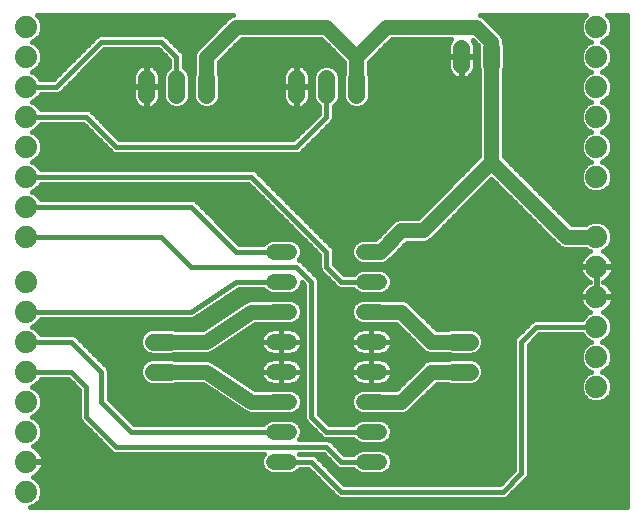
<source format=gbl>
G75*
G70*
%OFA0B0*%
%FSLAX24Y24*%
%IPPOS*%
%LPD*%
%AMOC8*
5,1,8,0,0,1.08239X$1,22.5*
%
%ADD10C,0.0740*%
%ADD11C,0.0520*%
%ADD12C,0.0560*%
%ADD13C,0.0160*%
%ADD14C,0.0500*%
D10*
X001500Y012252D03*
X001500Y013252D03*
X001500Y014252D03*
X001500Y015252D03*
X001500Y016252D03*
X001500Y017252D03*
X001500Y018252D03*
X001500Y019252D03*
X001500Y020752D03*
X001500Y021752D03*
X001500Y022752D03*
X001500Y023752D03*
X001500Y024752D03*
X001500Y025752D03*
X001500Y026752D03*
X001500Y027752D03*
X020500Y027752D03*
X020500Y026752D03*
X020500Y025752D03*
X020500Y024752D03*
X020500Y023752D03*
X020500Y022752D03*
X020500Y020752D03*
X020500Y019752D03*
X020500Y018752D03*
X020500Y017752D03*
X020500Y016752D03*
X020500Y015752D03*
D11*
X013260Y015252D02*
X012740Y015252D01*
X012740Y016252D02*
X013260Y016252D01*
X013260Y017252D02*
X012740Y017252D01*
X012740Y018252D02*
X013260Y018252D01*
X013260Y019252D02*
X012740Y019252D01*
X012740Y020252D02*
X013260Y020252D01*
X010260Y020252D02*
X009740Y020252D01*
X009740Y019252D02*
X010260Y019252D01*
X010260Y018252D02*
X009740Y018252D01*
X009740Y017252D02*
X010260Y017252D01*
X010260Y016252D02*
X009740Y016252D01*
X009740Y015252D02*
X010260Y015252D01*
X010260Y014252D02*
X009740Y014252D01*
X009740Y013252D02*
X010260Y013252D01*
X012740Y013252D02*
X013260Y013252D01*
X013260Y014252D02*
X012740Y014252D01*
D12*
X015720Y016252D02*
X016280Y016252D01*
X016280Y017252D02*
X015720Y017252D01*
X012500Y025472D02*
X012500Y026032D01*
X011500Y026032D02*
X011500Y025472D01*
X010500Y025472D02*
X010500Y026032D01*
X007500Y026032D02*
X007500Y025472D01*
X006500Y025472D02*
X006500Y026032D01*
X005500Y026032D02*
X005500Y025472D01*
X005720Y017252D02*
X006280Y017252D01*
X006280Y016252D02*
X005720Y016252D01*
X016000Y026472D02*
X016000Y027032D01*
X017000Y027032D02*
X017000Y026472D01*
D13*
X001800Y011803D02*
X001630Y011732D01*
X021512Y011732D01*
X021512Y028142D01*
X020859Y028142D01*
X020949Y028053D01*
X021030Y027858D01*
X021030Y027647D01*
X020949Y027452D01*
X020800Y027303D01*
X020678Y027252D01*
X020800Y027202D01*
X020949Y027053D01*
X021030Y026858D01*
X021030Y026647D01*
X020949Y026452D01*
X020800Y026303D01*
X020678Y026252D01*
X020800Y026202D01*
X020949Y026053D01*
X021030Y025858D01*
X021030Y025647D01*
X020949Y025452D01*
X020800Y025303D01*
X020678Y025252D01*
X020800Y025202D01*
X020949Y025053D01*
X021030Y024858D01*
X021030Y024647D01*
X020949Y024452D01*
X020800Y024303D01*
X020678Y024252D01*
X020800Y024202D01*
X020949Y024053D01*
X021030Y023858D01*
X021030Y023647D01*
X020949Y023452D01*
X020800Y023303D01*
X020678Y023252D01*
X020800Y023202D01*
X020949Y023053D01*
X021030Y022858D01*
X021030Y022647D01*
X020949Y022452D01*
X020800Y022303D01*
X020605Y022222D01*
X020395Y022222D01*
X020200Y022303D01*
X020051Y022452D01*
X019970Y022647D01*
X019970Y022858D01*
X020051Y023053D01*
X020200Y023202D01*
X020322Y023252D01*
X020200Y023303D01*
X020051Y023452D01*
X019970Y023647D01*
X019970Y023858D01*
X020051Y024053D01*
X020200Y024202D01*
X020322Y024252D01*
X020200Y024303D01*
X020051Y024452D01*
X019970Y024647D01*
X019970Y024858D01*
X020051Y025053D01*
X020200Y025202D01*
X020322Y025252D01*
X020200Y025303D01*
X020051Y025452D01*
X019970Y025647D01*
X019970Y025858D01*
X020051Y026053D01*
X020200Y026202D01*
X020322Y026252D01*
X020200Y026303D01*
X020051Y026452D01*
X019970Y026647D01*
X019970Y026858D01*
X020051Y027053D01*
X020200Y027202D01*
X020322Y027252D01*
X020200Y027303D01*
X020051Y027452D01*
X019970Y027647D01*
X019970Y027858D01*
X020051Y028053D01*
X020141Y028142D01*
X016630Y028142D01*
X016732Y028100D01*
X016848Y027985D01*
X017348Y027485D01*
X017410Y027334D01*
X017410Y027192D01*
X017440Y027120D01*
X017440Y026385D01*
X017410Y026312D01*
X017410Y023422D01*
X019670Y021162D01*
X020160Y021162D01*
X020200Y021202D01*
X020395Y021282D01*
X020605Y021282D01*
X020800Y021202D01*
X020949Y021053D01*
X021030Y020858D01*
X021030Y020647D01*
X020949Y020452D01*
X020800Y020303D01*
X020706Y020264D01*
X020711Y020262D01*
X020788Y020223D01*
X020858Y020172D01*
X020920Y020111D01*
X020970Y020041D01*
X021010Y019963D01*
X021036Y019881D01*
X021050Y019796D01*
X021050Y019772D01*
X020520Y019772D01*
X020520Y019732D01*
X020520Y019202D01*
X020480Y019202D01*
X020520Y019202D02*
X020520Y018772D01*
X021050Y018772D01*
X021050Y018796D01*
X021036Y018881D01*
X021010Y018963D01*
X020970Y019041D01*
X020920Y019111D01*
X020858Y019172D01*
X020788Y019223D01*
X020730Y019252D01*
X020788Y019282D01*
X020858Y019333D01*
X020920Y019394D01*
X020970Y019464D01*
X021010Y019541D01*
X021036Y019624D01*
X021050Y019709D01*
X021050Y019732D01*
X020520Y019732D01*
X020480Y019732D01*
X020480Y018772D01*
X020480Y018732D01*
X019950Y018732D01*
X019950Y018709D01*
X019964Y018624D01*
X019990Y018541D01*
X020030Y018464D01*
X020080Y018394D01*
X020142Y018333D01*
X020212Y018282D01*
X020289Y018243D01*
X020294Y018241D01*
X020200Y018202D01*
X020051Y018053D01*
X020026Y017992D01*
X018452Y017992D01*
X018364Y017956D01*
X018297Y017888D01*
X017797Y017388D01*
X017760Y017300D01*
X017760Y012970D01*
X017283Y012492D01*
X012099Y012492D01*
X011136Y013456D01*
X011048Y013492D01*
X010614Y013492D01*
X010594Y013512D01*
X011401Y013512D01*
X011797Y013116D01*
X011864Y013049D01*
X011952Y013012D01*
X012386Y013012D01*
X012502Y012896D01*
X012656Y012832D01*
X013344Y012832D01*
X013498Y012896D01*
X013616Y013014D01*
X013680Y013169D01*
X013680Y013336D01*
X013616Y013490D01*
X013498Y013608D01*
X013344Y013672D01*
X012656Y013672D01*
X012502Y013608D01*
X012386Y013492D01*
X012099Y013492D01*
X011703Y013888D01*
X011703Y013888D01*
X011636Y013956D01*
X011548Y013992D01*
X010594Y013992D01*
X010616Y014014D01*
X010680Y014169D01*
X010680Y014336D01*
X010616Y014490D01*
X010498Y014608D01*
X010344Y014672D01*
X009656Y014672D01*
X009502Y014608D01*
X009386Y014492D01*
X005099Y014492D01*
X004240Y015352D01*
X004240Y016300D01*
X004203Y016388D01*
X004136Y016456D01*
X003136Y017456D01*
X003048Y017492D01*
X001974Y017492D01*
X001949Y017553D01*
X001800Y017702D01*
X001678Y017752D01*
X001800Y017803D01*
X001949Y017952D01*
X001974Y018012D01*
X006976Y018012D01*
X007000Y018008D01*
X007024Y018012D01*
X007048Y018012D01*
X007070Y018022D01*
X007093Y018026D01*
X007114Y018040D01*
X007136Y018049D01*
X007153Y018066D01*
X008573Y019012D01*
X009386Y019012D01*
X009502Y018896D01*
X009656Y018832D01*
X010344Y018832D01*
X010498Y018896D01*
X010616Y019014D01*
X010680Y019169D01*
X010680Y019233D01*
X010760Y019153D01*
X010760Y014705D01*
X010797Y014616D01*
X011297Y014116D01*
X011364Y014049D01*
X011452Y014012D01*
X012386Y014012D01*
X012502Y013896D01*
X012656Y013832D01*
X013344Y013832D01*
X013498Y013896D01*
X013616Y014014D01*
X013680Y014169D01*
X013680Y014336D01*
X013616Y014490D01*
X013498Y014608D01*
X013344Y014672D01*
X012656Y014672D01*
X012502Y014608D01*
X012386Y014492D01*
X011599Y014492D01*
X011240Y014852D01*
X011240Y019300D01*
X011203Y019388D01*
X011136Y019456D01*
X010636Y019956D01*
X010580Y019979D01*
X010616Y020014D01*
X010680Y020169D01*
X010680Y020336D01*
X010616Y020490D01*
X010498Y020608D01*
X010344Y020672D01*
X009656Y020672D01*
X009502Y020608D01*
X009386Y020492D01*
X008599Y020492D01*
X007136Y021956D01*
X007048Y021992D01*
X001974Y021992D01*
X001949Y022053D01*
X001800Y022202D01*
X001678Y022252D01*
X001800Y022303D01*
X001949Y022452D01*
X001974Y022512D01*
X008901Y022512D01*
X011260Y020153D01*
X011260Y019705D01*
X011297Y019616D01*
X011797Y019116D01*
X011864Y019049D01*
X011952Y019012D01*
X012386Y019012D01*
X012502Y018896D01*
X012656Y018832D01*
X013344Y018832D01*
X013498Y018896D01*
X013616Y019014D01*
X013680Y019169D01*
X013680Y019336D01*
X013616Y019490D01*
X013498Y019608D01*
X013344Y019672D01*
X012656Y019672D01*
X012502Y019608D01*
X012386Y019492D01*
X012099Y019492D01*
X011740Y019852D01*
X011740Y020300D01*
X011703Y020388D01*
X011636Y020456D01*
X009136Y022956D01*
X009048Y022992D01*
X001974Y022992D01*
X001949Y023053D01*
X001800Y023202D01*
X001678Y023252D01*
X001800Y023303D01*
X001949Y023452D01*
X002030Y023647D01*
X002030Y023858D01*
X001949Y024053D01*
X001800Y024202D01*
X001678Y024252D01*
X001800Y024303D01*
X001949Y024452D01*
X001974Y024512D01*
X003401Y024512D01*
X004297Y023616D01*
X004364Y023549D01*
X004452Y023512D01*
X010548Y023512D01*
X010636Y023549D01*
X011636Y024549D01*
X011703Y024616D01*
X011740Y024705D01*
X011740Y025096D01*
X011749Y025099D01*
X011873Y025223D01*
X011940Y025385D01*
X011940Y026120D01*
X011873Y026282D01*
X011749Y026405D01*
X011588Y026472D01*
X011412Y026472D01*
X011251Y026405D01*
X011127Y026282D01*
X011060Y026120D01*
X011060Y025385D01*
X011127Y025223D01*
X011251Y025099D01*
X011260Y025096D01*
X011260Y024852D01*
X010401Y023992D01*
X004599Y023992D01*
X003636Y024956D01*
X003548Y024992D01*
X001974Y024992D01*
X001949Y025053D01*
X001800Y025202D01*
X001678Y025252D01*
X001800Y025303D01*
X001949Y025452D01*
X001974Y025512D01*
X002548Y025512D01*
X002636Y025549D01*
X004099Y027012D01*
X005901Y027012D01*
X006260Y026653D01*
X006260Y026409D01*
X006251Y026405D01*
X006127Y026282D01*
X006060Y026120D01*
X006060Y025385D01*
X006127Y025223D01*
X006251Y025099D01*
X006412Y025032D01*
X006588Y025032D01*
X006749Y025099D01*
X006873Y025223D01*
X006940Y025385D01*
X006940Y026120D01*
X006873Y026282D01*
X006749Y026405D01*
X006740Y026409D01*
X006740Y026800D01*
X006703Y026888D01*
X006636Y026956D01*
X006136Y027456D01*
X006048Y027492D01*
X003952Y027492D01*
X003864Y027456D01*
X003797Y027388D01*
X002401Y025992D01*
X001974Y025992D01*
X001949Y026053D01*
X001800Y026202D01*
X001678Y026252D01*
X001800Y026303D01*
X001949Y026452D01*
X002030Y026647D01*
X002030Y026858D01*
X001949Y027053D01*
X001800Y027202D01*
X001678Y027252D01*
X001800Y027303D01*
X001949Y027452D01*
X002030Y027647D01*
X002030Y027858D01*
X001949Y028053D01*
X001859Y028142D01*
X008370Y028142D01*
X008268Y028100D01*
X007152Y026985D01*
X007090Y026834D01*
X007090Y026192D01*
X007060Y026120D01*
X007060Y025385D01*
X007127Y025223D01*
X007251Y025099D01*
X007412Y025032D01*
X007588Y025032D01*
X007749Y025099D01*
X007873Y025223D01*
X007940Y025385D01*
X007940Y026120D01*
X007910Y026192D01*
X007910Y026583D01*
X008670Y027342D01*
X011330Y027342D01*
X012090Y026583D01*
X012090Y026192D01*
X012060Y026120D01*
X012060Y025385D01*
X012127Y025223D01*
X012251Y025099D01*
X012412Y025032D01*
X012588Y025032D01*
X012749Y025099D01*
X012873Y025223D01*
X012940Y025385D01*
X012940Y026120D01*
X012910Y026192D01*
X012910Y026583D01*
X013670Y027342D01*
X015659Y027342D01*
X015649Y027332D01*
X015607Y027273D01*
X015574Y027209D01*
X015551Y027140D01*
X015540Y027069D01*
X015540Y026762D01*
X015990Y026762D01*
X015990Y026742D01*
X016010Y026742D01*
X016010Y026012D01*
X016036Y026012D01*
X016108Y026024D01*
X016177Y026046D01*
X016241Y026079D01*
X016300Y026121D01*
X016351Y026173D01*
X016393Y026231D01*
X016426Y026296D01*
X016449Y026365D01*
X016460Y026436D01*
X016460Y026742D01*
X016010Y026742D01*
X016010Y026762D01*
X016460Y026762D01*
X016460Y027069D01*
X016449Y027140D01*
X016426Y027209D01*
X016393Y027273D01*
X016378Y027294D01*
X016560Y027113D01*
X016560Y026385D01*
X016590Y026312D01*
X016590Y023422D01*
X014537Y021369D01*
X013918Y021369D01*
X013768Y021307D01*
X013652Y021192D01*
X013133Y020672D01*
X012656Y020672D01*
X012502Y020608D01*
X012384Y020490D01*
X012320Y020336D01*
X012320Y020169D01*
X012384Y020014D01*
X012502Y019896D01*
X012656Y019832D01*
X013344Y019832D01*
X013368Y019842D01*
X013374Y019842D01*
X013525Y019905D01*
X013640Y020020D01*
X014170Y020549D01*
X014789Y020549D01*
X014939Y020612D01*
X017000Y022673D01*
X019268Y020405D01*
X019418Y020342D01*
X020160Y020342D01*
X020200Y020303D01*
X020294Y020264D01*
X020289Y020262D01*
X020212Y020223D01*
X020142Y020172D01*
X020080Y020111D01*
X020030Y020041D01*
X019990Y019963D01*
X019964Y019881D01*
X019950Y019796D01*
X019950Y019772D01*
X020480Y019772D01*
X020480Y019732D01*
X019950Y019732D01*
X019950Y019709D01*
X019964Y019624D01*
X019990Y019541D01*
X020030Y019464D01*
X020080Y019394D01*
X020142Y019333D01*
X020212Y019282D01*
X020270Y019252D01*
X020212Y019223D01*
X020142Y019172D01*
X020080Y019111D01*
X020030Y019041D01*
X019990Y018963D01*
X019964Y018881D01*
X019950Y018796D01*
X019950Y018772D01*
X020480Y018772D01*
X020520Y018772D01*
X020520Y018732D01*
X021050Y018732D01*
X021050Y018709D01*
X021036Y018624D01*
X021010Y018541D01*
X020970Y018464D01*
X020920Y018394D01*
X020858Y018333D01*
X020788Y018282D01*
X020711Y018243D01*
X020706Y018241D01*
X020800Y018202D01*
X020949Y018053D01*
X021030Y017858D01*
X021030Y017647D01*
X020949Y017452D01*
X020800Y017303D01*
X020678Y017252D01*
X020800Y017202D01*
X020949Y017053D01*
X021030Y016858D01*
X021030Y016647D01*
X020949Y016452D01*
X020800Y016303D01*
X020678Y016252D01*
X020800Y016202D01*
X020949Y016053D01*
X021030Y015858D01*
X021030Y015647D01*
X020949Y015452D01*
X020800Y015303D01*
X020605Y015222D01*
X020395Y015222D01*
X020200Y015303D01*
X020051Y015452D01*
X019970Y015647D01*
X019970Y015858D01*
X020051Y016053D01*
X020200Y016202D01*
X020322Y016252D01*
X020200Y016303D01*
X020051Y016452D01*
X019970Y016647D01*
X019970Y016858D01*
X020051Y017053D01*
X020200Y017202D01*
X020322Y017252D01*
X020200Y017303D01*
X020051Y017452D01*
X020026Y017512D01*
X018599Y017512D01*
X018240Y017153D01*
X018240Y012823D01*
X018203Y012734D01*
X018136Y012667D01*
X017518Y012049D01*
X017430Y012012D01*
X011952Y012012D01*
X011864Y012049D01*
X011797Y012116D01*
X010901Y013012D01*
X010614Y013012D01*
X010498Y012896D01*
X010344Y012832D01*
X009656Y012832D01*
X009502Y012896D01*
X009384Y013014D01*
X009320Y013169D01*
X009320Y013336D01*
X009384Y013490D01*
X009406Y013512D01*
X004452Y013512D01*
X004364Y013549D01*
X004297Y013616D01*
X003297Y014616D01*
X003260Y014705D01*
X003260Y015653D01*
X002901Y016012D01*
X001974Y016012D01*
X001949Y015952D01*
X001800Y015803D01*
X001678Y015752D01*
X001800Y015702D01*
X001949Y015553D01*
X002030Y015358D01*
X002030Y015147D01*
X001949Y014952D01*
X001800Y014803D01*
X001678Y014752D01*
X001800Y014702D01*
X001949Y014553D01*
X002030Y014358D01*
X002030Y014147D01*
X001949Y013952D01*
X001800Y013803D01*
X001706Y013764D01*
X001711Y013762D01*
X001788Y013723D01*
X001858Y013672D01*
X001920Y013611D01*
X001970Y013541D01*
X002010Y013463D01*
X002036Y013381D01*
X002050Y013296D01*
X002050Y013272D01*
X001520Y013272D01*
X001520Y013232D01*
X002050Y013232D01*
X002050Y013209D01*
X002036Y013124D01*
X002010Y013041D01*
X001970Y012964D01*
X001920Y012894D01*
X001858Y012833D01*
X001788Y012782D01*
X001711Y012743D01*
X001706Y012741D01*
X001800Y012702D01*
X001949Y012553D01*
X002030Y012358D01*
X002030Y012147D01*
X001949Y011952D01*
X001800Y011803D01*
X001678Y011752D02*
X021512Y011752D01*
X021512Y011911D02*
X001908Y011911D01*
X001998Y012069D02*
X011844Y012069D01*
X011685Y012228D02*
X002030Y012228D01*
X002018Y012386D02*
X011527Y012386D01*
X011368Y012545D02*
X001953Y012545D01*
X001796Y012703D02*
X011210Y012703D01*
X011051Y012862D02*
X010415Y012862D01*
X010000Y013252D02*
X011000Y013252D01*
X012000Y012252D01*
X017382Y012252D01*
X018000Y012870D01*
X018000Y017252D01*
X018500Y017752D01*
X020500Y017752D01*
X021030Y017775D02*
X021512Y017775D01*
X021512Y017617D02*
X021018Y017617D01*
X020952Y017458D02*
X021512Y017458D01*
X021512Y017300D02*
X020793Y017300D01*
X020861Y017141D02*
X021512Y017141D01*
X021512Y016983D02*
X020978Y016983D01*
X021030Y016824D02*
X021512Y016824D01*
X021512Y016666D02*
X021030Y016666D01*
X020972Y016507D02*
X021512Y016507D01*
X021512Y016349D02*
X020846Y016349D01*
X020812Y016190D02*
X021512Y016190D01*
X021512Y016032D02*
X020958Y016032D01*
X021024Y015873D02*
X021512Y015873D01*
X021512Y015715D02*
X021030Y015715D01*
X020992Y015556D02*
X021512Y015556D01*
X021512Y015398D02*
X020895Y015398D01*
X020646Y015239D02*
X021512Y015239D01*
X021512Y015081D02*
X018240Y015081D01*
X018240Y015239D02*
X020354Y015239D01*
X020105Y015398D02*
X018240Y015398D01*
X018240Y015556D02*
X020008Y015556D01*
X019970Y015715D02*
X018240Y015715D01*
X018240Y015873D02*
X019976Y015873D01*
X020042Y016032D02*
X018240Y016032D01*
X018240Y016190D02*
X020188Y016190D01*
X020154Y016349D02*
X018240Y016349D01*
X018240Y016507D02*
X020028Y016507D01*
X019970Y016666D02*
X018240Y016666D01*
X018240Y016824D02*
X019970Y016824D01*
X020022Y016983D02*
X018240Y016983D01*
X018240Y017141D02*
X020139Y017141D01*
X020207Y017300D02*
X018387Y017300D01*
X018545Y017458D02*
X020048Y017458D01*
X020090Y018092D02*
X014740Y018092D01*
X014898Y017934D02*
X018342Y017934D01*
X018184Y017775D02*
X015057Y017775D01*
X015170Y017662D02*
X014232Y018600D01*
X014082Y018662D01*
X013368Y018662D01*
X013344Y018672D01*
X012656Y018672D01*
X012502Y018608D01*
X012384Y018490D01*
X012320Y018336D01*
X012320Y018169D01*
X012384Y018014D01*
X012502Y017896D01*
X012656Y017832D01*
X013344Y017832D01*
X013368Y017842D01*
X013830Y017842D01*
X014652Y017020D01*
X014768Y016905D01*
X014918Y016842D01*
X015560Y016842D01*
X015632Y016812D01*
X016368Y016812D01*
X016529Y016879D01*
X016653Y017003D01*
X016720Y017165D01*
X016720Y017340D01*
X016653Y017502D01*
X016529Y017625D01*
X016368Y017692D01*
X015632Y017692D01*
X015560Y017662D01*
X015170Y017662D01*
X014531Y017141D02*
X013687Y017141D01*
X013689Y017149D02*
X013700Y017218D01*
X013700Y017252D01*
X013000Y017252D01*
X013000Y016812D01*
X013295Y016812D01*
X013363Y016823D01*
X013429Y016845D01*
X013491Y016876D01*
X013547Y016917D01*
X013596Y016966D01*
X013636Y017022D01*
X013668Y017083D01*
X013689Y017149D01*
X013700Y017252D02*
X013700Y017287D01*
X013689Y017355D01*
X013668Y017421D01*
X013636Y017483D01*
X013596Y017539D01*
X013547Y017588D01*
X013491Y017629D01*
X013429Y017660D01*
X013363Y017682D01*
X013295Y017692D01*
X013000Y017692D01*
X012705Y017692D01*
X012637Y017682D01*
X012571Y017660D01*
X012509Y017629D01*
X012453Y017588D01*
X012404Y017539D01*
X012364Y017483D01*
X012332Y017421D01*
X012311Y017355D01*
X012300Y017287D01*
X012300Y017252D01*
X012300Y017218D01*
X012311Y017149D01*
X012332Y017083D01*
X012364Y017022D01*
X012404Y016966D01*
X012453Y016917D01*
X012509Y016876D01*
X012571Y016845D01*
X012637Y016823D01*
X012705Y016812D01*
X013000Y016812D01*
X013000Y017252D01*
X013000Y017252D01*
X013000Y017252D01*
X012300Y017252D01*
X013000Y017252D01*
X013000Y017252D01*
X013700Y017252D01*
X013698Y017300D02*
X014373Y017300D01*
X014214Y017458D02*
X013649Y017458D01*
X013507Y017617D02*
X014056Y017617D01*
X013897Y017775D02*
X011240Y017775D01*
X011240Y017617D02*
X012493Y017617D01*
X012351Y017458D02*
X011240Y017458D01*
X011240Y017300D02*
X012302Y017300D01*
X012313Y017141D02*
X011240Y017141D01*
X011240Y016983D02*
X012392Y016983D01*
X012633Y016824D02*
X011240Y016824D01*
X011240Y016666D02*
X012589Y016666D01*
X012571Y016660D02*
X012509Y016629D01*
X012453Y016588D01*
X012404Y016539D01*
X012364Y016483D01*
X012332Y016421D01*
X012311Y016355D01*
X012300Y016287D01*
X012300Y016252D01*
X012300Y016218D01*
X012311Y016149D01*
X012332Y016083D01*
X012364Y016022D01*
X012404Y015966D01*
X012453Y015917D01*
X012509Y015876D01*
X012571Y015845D01*
X012637Y015823D01*
X012705Y015812D01*
X013000Y015812D01*
X013295Y015812D01*
X013363Y015823D01*
X013429Y015845D01*
X013491Y015876D01*
X013547Y015917D01*
X013596Y015966D01*
X013636Y016022D01*
X013668Y016083D01*
X013689Y016149D01*
X013700Y016218D01*
X013700Y016252D01*
X013000Y016252D01*
X013000Y015812D01*
X013000Y016252D01*
X013000Y016252D01*
X013000Y016252D01*
X012300Y016252D01*
X013000Y016252D01*
X013000Y016252D01*
X013700Y016252D01*
X013700Y016287D01*
X013689Y016355D01*
X013668Y016421D01*
X013636Y016483D01*
X013596Y016539D01*
X013547Y016588D01*
X013491Y016629D01*
X013429Y016660D01*
X013363Y016682D01*
X013295Y016692D01*
X013000Y016692D01*
X012705Y016692D01*
X012637Y016682D01*
X012571Y016660D01*
X012381Y016507D02*
X011240Y016507D01*
X011240Y016349D02*
X012310Y016349D01*
X012304Y016190D02*
X011240Y016190D01*
X011240Y016032D02*
X012359Y016032D01*
X012515Y015873D02*
X011240Y015873D01*
X011240Y015715D02*
X013883Y015715D01*
X013830Y015662D02*
X013368Y015662D01*
X013344Y015672D01*
X012656Y015672D01*
X012502Y015608D01*
X012384Y015490D01*
X012320Y015336D01*
X012320Y015169D01*
X012384Y015014D01*
X012502Y014896D01*
X012656Y014832D01*
X013344Y014832D01*
X013368Y014842D01*
X014082Y014842D01*
X014232Y014905D01*
X015170Y015842D01*
X015560Y015842D01*
X015632Y015812D01*
X016368Y015812D01*
X016529Y015879D01*
X016653Y016003D01*
X016720Y016165D01*
X016720Y016340D01*
X016653Y016502D01*
X016529Y016625D01*
X016368Y016692D01*
X015632Y016692D01*
X015560Y016662D01*
X014918Y016662D01*
X014768Y016600D01*
X014652Y016485D01*
X013830Y015662D01*
X014041Y015873D02*
X013485Y015873D01*
X013641Y016032D02*
X014200Y016032D01*
X014358Y016190D02*
X013696Y016190D01*
X013690Y016349D02*
X014517Y016349D01*
X014675Y016507D02*
X013619Y016507D01*
X013411Y016666D02*
X015569Y016666D01*
X015603Y016824D02*
X013367Y016824D01*
X013608Y016983D02*
X014690Y016983D01*
X015042Y015715D02*
X017760Y015715D01*
X017760Y015873D02*
X016515Y015873D01*
X016665Y016032D02*
X017760Y016032D01*
X017760Y016190D02*
X016720Y016190D01*
X016716Y016349D02*
X017760Y016349D01*
X017760Y016507D02*
X016647Y016507D01*
X016431Y016666D02*
X017760Y016666D01*
X017760Y016824D02*
X016397Y016824D01*
X016633Y016983D02*
X017760Y016983D01*
X017760Y017141D02*
X016710Y017141D01*
X016720Y017300D02*
X017760Y017300D01*
X017867Y017458D02*
X016671Y017458D01*
X016538Y017617D02*
X018025Y017617D01*
X017760Y015556D02*
X014884Y015556D01*
X014725Y015398D02*
X017760Y015398D01*
X017760Y015239D02*
X014567Y015239D01*
X014408Y015081D02*
X017760Y015081D01*
X017760Y014922D02*
X014250Y014922D01*
X013634Y014447D02*
X017760Y014447D01*
X017760Y014605D02*
X013501Y014605D01*
X013680Y014288D02*
X017760Y014288D01*
X017760Y014130D02*
X013664Y014130D01*
X013573Y013971D02*
X017760Y013971D01*
X017760Y013813D02*
X011779Y013813D01*
X011937Y013654D02*
X012613Y013654D01*
X012390Y013496D02*
X012096Y013496D01*
X012000Y013252D02*
X013000Y013252D01*
X013387Y013654D02*
X017760Y013654D01*
X017760Y013496D02*
X013610Y013496D01*
X013679Y013337D02*
X017760Y013337D01*
X017760Y013179D02*
X013680Y013179D01*
X013619Y013020D02*
X017760Y013020D01*
X017652Y012862D02*
X013415Y012862D01*
X012585Y012862D02*
X011730Y012862D01*
X011571Y013020D02*
X011933Y013020D01*
X011797Y013116D02*
X011797Y013116D01*
X011734Y013179D02*
X011413Y013179D01*
X011254Y013337D02*
X011576Y013337D01*
X011417Y013496D02*
X010610Y013496D01*
X010664Y014130D02*
X011283Y014130D01*
X011125Y014288D02*
X010680Y014288D01*
X010634Y014447D02*
X010966Y014447D01*
X010808Y014605D02*
X010501Y014605D01*
X010344Y014832D02*
X010498Y014896D01*
X010616Y015014D01*
X010680Y015169D01*
X010680Y015336D01*
X010616Y015490D01*
X010498Y015608D01*
X010344Y015672D01*
X009656Y015672D01*
X009632Y015662D01*
X009124Y015662D01*
X007761Y016571D01*
X007732Y016600D01*
X007694Y016616D01*
X007660Y016639D01*
X007619Y016647D01*
X007582Y016662D01*
X007540Y016662D01*
X007500Y016670D01*
X007459Y016662D01*
X006440Y016662D01*
X006368Y016692D01*
X005632Y016692D01*
X005471Y016625D01*
X005347Y016502D01*
X005280Y016340D01*
X005280Y016165D01*
X005347Y016003D01*
X005471Y015879D01*
X005632Y015812D01*
X006368Y015812D01*
X006440Y015842D01*
X007376Y015842D01*
X008739Y014934D01*
X008768Y014905D01*
X008806Y014889D01*
X008840Y014866D01*
X008881Y014858D01*
X008918Y014842D01*
X008960Y014842D01*
X009000Y014834D01*
X009041Y014842D01*
X009632Y014842D01*
X009656Y014832D01*
X010344Y014832D01*
X010524Y014922D02*
X010760Y014922D01*
X010760Y014764D02*
X004828Y014764D01*
X004669Y014922D02*
X008750Y014922D01*
X008518Y015081D02*
X004511Y015081D01*
X004352Y015239D02*
X008280Y015239D01*
X008043Y015398D02*
X004240Y015398D01*
X004240Y015556D02*
X007805Y015556D01*
X007567Y015715D02*
X004240Y015715D01*
X004240Y015873D02*
X005485Y015873D01*
X005335Y016032D02*
X004240Y016032D01*
X004240Y016190D02*
X005280Y016190D01*
X005284Y016349D02*
X004220Y016349D01*
X004084Y016507D02*
X005353Y016507D01*
X005569Y016666D02*
X003926Y016666D01*
X003767Y016824D02*
X005603Y016824D01*
X005632Y016812D02*
X005471Y016879D01*
X005347Y017003D01*
X005280Y017165D01*
X005280Y017340D01*
X005347Y017502D01*
X005471Y017625D01*
X005632Y017692D01*
X006368Y017692D01*
X006440Y017662D01*
X007376Y017662D01*
X008739Y018571D01*
X008768Y018600D01*
X008806Y018616D01*
X008840Y018639D01*
X008881Y018647D01*
X008918Y018662D01*
X008960Y018662D01*
X009000Y018670D01*
X009041Y018662D01*
X009632Y018662D01*
X009656Y018672D01*
X010344Y018672D01*
X010498Y018608D01*
X010616Y018490D01*
X010680Y018336D01*
X010680Y018169D01*
X010616Y018014D01*
X010498Y017896D01*
X010344Y017832D01*
X009656Y017832D01*
X009632Y017842D01*
X009124Y017842D01*
X007761Y016934D01*
X007732Y016905D01*
X007694Y016889D01*
X007660Y016866D01*
X007619Y016858D01*
X007582Y016842D01*
X007540Y016842D01*
X007500Y016834D01*
X007459Y016842D01*
X006440Y016842D01*
X006368Y016812D01*
X005632Y016812D01*
X005367Y016983D02*
X003609Y016983D01*
X003450Y017141D02*
X005290Y017141D01*
X005280Y017300D02*
X003292Y017300D01*
X003130Y017458D02*
X005329Y017458D01*
X005462Y017617D02*
X001885Y017617D01*
X001733Y017775D02*
X007545Y017775D01*
X007783Y017934D02*
X001931Y017934D01*
X001500Y018252D02*
X007000Y018252D01*
X008500Y019252D01*
X010000Y019252D01*
X010470Y018885D02*
X010760Y018885D01*
X010760Y019043D02*
X010628Y019043D01*
X010680Y019202D02*
X010711Y019202D01*
X011000Y019252D02*
X011000Y014752D01*
X011500Y014252D01*
X013000Y014252D01*
X012499Y014605D02*
X011486Y014605D01*
X011328Y014764D02*
X017760Y014764D01*
X018240Y014764D02*
X021512Y014764D01*
X021512Y014922D02*
X018240Y014922D01*
X018240Y014605D02*
X021512Y014605D01*
X021512Y014447D02*
X018240Y014447D01*
X018240Y014288D02*
X021512Y014288D01*
X021512Y014130D02*
X018240Y014130D01*
X018240Y013971D02*
X021512Y013971D01*
X021512Y013813D02*
X018240Y013813D01*
X018240Y013654D02*
X021512Y013654D01*
X021512Y013496D02*
X018240Y013496D01*
X018240Y013337D02*
X021512Y013337D01*
X021512Y013179D02*
X018240Y013179D01*
X018240Y013020D02*
X021512Y013020D01*
X021512Y012862D02*
X018240Y012862D01*
X018172Y012703D02*
X021512Y012703D01*
X021512Y012545D02*
X018014Y012545D01*
X017855Y012386D02*
X021512Y012386D01*
X021512Y012228D02*
X017697Y012228D01*
X017538Y012069D02*
X021512Y012069D01*
X017494Y012703D02*
X011888Y012703D01*
X012047Y012545D02*
X017335Y012545D01*
X020998Y017934D02*
X021512Y017934D01*
X021512Y018092D02*
X020910Y018092D01*
X020727Y018251D02*
X021512Y018251D01*
X021512Y018409D02*
X020931Y018409D01*
X021018Y018568D02*
X021512Y018568D01*
X021512Y018726D02*
X021050Y018726D01*
X021035Y018885D02*
X021512Y018885D01*
X021512Y019043D02*
X020968Y019043D01*
X020817Y019202D02*
X021512Y019202D01*
X021512Y019360D02*
X020886Y019360D01*
X020998Y019519D02*
X021512Y019519D01*
X021512Y019677D02*
X021045Y019677D01*
X021044Y019836D02*
X021512Y019836D01*
X021512Y019994D02*
X020994Y019994D01*
X020877Y020153D02*
X021512Y020153D01*
X021512Y020311D02*
X020809Y020311D01*
X020957Y020470D02*
X021512Y020470D01*
X021512Y020628D02*
X021022Y020628D01*
X021030Y020787D02*
X021512Y020787D01*
X021512Y020945D02*
X020994Y020945D01*
X020898Y021104D02*
X021512Y021104D01*
X021512Y021262D02*
X020654Y021262D01*
X020346Y021262D02*
X019570Y021262D01*
X019411Y021421D02*
X021512Y021421D01*
X021512Y021579D02*
X019253Y021579D01*
X019094Y021738D02*
X021512Y021738D01*
X021512Y021896D02*
X018936Y021896D01*
X018777Y022055D02*
X021512Y022055D01*
X021512Y022213D02*
X018619Y022213D01*
X018460Y022372D02*
X020131Y022372D01*
X020018Y022530D02*
X018302Y022530D01*
X018143Y022689D02*
X019970Y022689D01*
X019970Y022847D02*
X017985Y022847D01*
X017826Y023006D02*
X020031Y023006D01*
X020162Y023164D02*
X017668Y023164D01*
X017509Y023323D02*
X020180Y023323D01*
X020039Y023481D02*
X017410Y023481D01*
X017410Y023640D02*
X019973Y023640D01*
X019970Y023798D02*
X017410Y023798D01*
X017410Y023957D02*
X020011Y023957D01*
X020113Y024115D02*
X017410Y024115D01*
X017410Y024274D02*
X020270Y024274D01*
X020070Y024432D02*
X017410Y024432D01*
X017410Y024591D02*
X019993Y024591D01*
X019970Y024749D02*
X017410Y024749D01*
X017410Y024908D02*
X019991Y024908D01*
X020064Y025066D02*
X017410Y025066D01*
X017410Y025225D02*
X020256Y025225D01*
X020119Y025383D02*
X017410Y025383D01*
X017410Y025542D02*
X020014Y025542D01*
X019970Y025700D02*
X017410Y025700D01*
X017410Y025859D02*
X019970Y025859D01*
X020036Y026017D02*
X017410Y026017D01*
X017410Y026176D02*
X020174Y026176D01*
X020168Y026334D02*
X017419Y026334D01*
X017440Y026493D02*
X020034Y026493D01*
X019970Y026651D02*
X017440Y026651D01*
X017440Y026810D02*
X019970Y026810D01*
X020016Y026968D02*
X017440Y026968D01*
X017437Y027127D02*
X020125Y027127D01*
X020242Y027285D02*
X017410Y027285D01*
X017364Y027444D02*
X020059Y027444D01*
X019988Y027602D02*
X017230Y027602D01*
X017071Y027761D02*
X019970Y027761D01*
X019996Y027919D02*
X016913Y027919D01*
X016754Y028078D02*
X020076Y028078D01*
X020758Y027285D02*
X021512Y027285D01*
X021512Y027127D02*
X020875Y027127D01*
X020984Y026968D02*
X021512Y026968D01*
X021512Y026810D02*
X021030Y026810D01*
X021030Y026651D02*
X021512Y026651D01*
X021512Y026493D02*
X020966Y026493D01*
X020832Y026334D02*
X021512Y026334D01*
X021512Y026176D02*
X020826Y026176D01*
X020964Y026017D02*
X021512Y026017D01*
X021512Y025859D02*
X021030Y025859D01*
X021030Y025700D02*
X021512Y025700D01*
X021512Y025542D02*
X020986Y025542D01*
X020881Y025383D02*
X021512Y025383D01*
X021512Y025225D02*
X020744Y025225D01*
X020936Y025066D02*
X021512Y025066D01*
X021512Y024908D02*
X021009Y024908D01*
X021030Y024749D02*
X021512Y024749D01*
X021512Y024591D02*
X021007Y024591D01*
X020930Y024432D02*
X021512Y024432D01*
X021512Y024274D02*
X020730Y024274D01*
X020887Y024115D02*
X021512Y024115D01*
X021512Y023957D02*
X020989Y023957D01*
X021030Y023798D02*
X021512Y023798D01*
X021512Y023640D02*
X021027Y023640D01*
X020961Y023481D02*
X021512Y023481D01*
X021512Y023323D02*
X020820Y023323D01*
X020838Y023164D02*
X021512Y023164D01*
X021512Y023006D02*
X020969Y023006D01*
X021030Y022847D02*
X021512Y022847D01*
X021512Y022689D02*
X021030Y022689D01*
X020982Y022530D02*
X021512Y022530D01*
X021512Y022372D02*
X020869Y022372D01*
X020191Y020311D02*
X013932Y020311D01*
X013773Y020153D02*
X020123Y020153D01*
X020006Y019994D02*
X013615Y019994D01*
X013352Y019836D02*
X019956Y019836D01*
X019955Y019677D02*
X011914Y019677D01*
X011756Y019836D02*
X012648Y019836D01*
X012404Y019994D02*
X011740Y019994D01*
X011740Y020153D02*
X012327Y020153D01*
X012320Y020311D02*
X011735Y020311D01*
X011622Y020470D02*
X012375Y020470D01*
X012550Y020628D02*
X011463Y020628D01*
X011305Y020787D02*
X013248Y020787D01*
X013406Y020945D02*
X011146Y020945D01*
X010988Y021104D02*
X013565Y021104D01*
X013723Y021262D02*
X010829Y021262D01*
X010671Y021421D02*
X014589Y021421D01*
X014747Y021579D02*
X010512Y021579D01*
X010354Y021738D02*
X014906Y021738D01*
X015064Y021896D02*
X010195Y021896D01*
X010037Y022055D02*
X015223Y022055D01*
X015381Y022213D02*
X009878Y022213D01*
X009720Y022372D02*
X015540Y022372D01*
X015698Y022530D02*
X009561Y022530D01*
X009403Y022689D02*
X015857Y022689D01*
X016015Y022847D02*
X009244Y022847D01*
X009000Y022752D02*
X011500Y020252D01*
X011500Y019752D01*
X012000Y019252D01*
X013000Y019252D01*
X013470Y018885D02*
X019965Y018885D01*
X019950Y018726D02*
X011240Y018726D01*
X011240Y018568D02*
X012462Y018568D01*
X012350Y018409D02*
X011240Y018409D01*
X011240Y018251D02*
X012320Y018251D01*
X012352Y018092D02*
X011240Y018092D01*
X011240Y017934D02*
X012465Y017934D01*
X013000Y017692D02*
X013000Y017252D01*
X013000Y017252D01*
X013000Y017692D01*
X013000Y017617D02*
X013000Y017617D01*
X013000Y017458D02*
X013000Y017458D01*
X013000Y017300D02*
X013000Y017300D01*
X013000Y017141D02*
X013000Y017141D01*
X013000Y016983D02*
X013000Y016983D01*
X013000Y016824D02*
X013000Y016824D01*
X013000Y016692D02*
X013000Y016252D01*
X013000Y016252D01*
X013000Y016692D01*
X013000Y016666D02*
X013000Y016666D01*
X013000Y016507D02*
X013000Y016507D01*
X013000Y016349D02*
X013000Y016349D01*
X013000Y016190D02*
X013000Y016190D01*
X013000Y016032D02*
X013000Y016032D01*
X013000Y015873D02*
X013000Y015873D01*
X012450Y015556D02*
X011240Y015556D01*
X011240Y015398D02*
X012346Y015398D01*
X012320Y015239D02*
X011240Y015239D01*
X011240Y015081D02*
X012356Y015081D01*
X012476Y014922D02*
X011240Y014922D01*
X010760Y015081D02*
X010644Y015081D01*
X010680Y015239D02*
X010760Y015239D01*
X010760Y015398D02*
X010654Y015398D01*
X010550Y015556D02*
X010760Y015556D01*
X010760Y015715D02*
X009045Y015715D01*
X008808Y015873D02*
X009515Y015873D01*
X009509Y015876D02*
X009571Y015845D01*
X009637Y015823D01*
X009705Y015812D01*
X010000Y015812D01*
X010295Y015812D01*
X010363Y015823D01*
X010429Y015845D01*
X010491Y015876D01*
X010547Y015917D01*
X010596Y015966D01*
X010636Y016022D01*
X010668Y016083D01*
X010689Y016149D01*
X010700Y016218D01*
X010700Y016252D01*
X010000Y016252D01*
X010000Y015812D01*
X010000Y016252D01*
X010000Y016252D01*
X010000Y016252D01*
X009300Y016252D01*
X009300Y016218D01*
X009311Y016149D01*
X009332Y016083D01*
X009364Y016022D01*
X009404Y015966D01*
X009453Y015917D01*
X009509Y015876D01*
X009359Y016032D02*
X008570Y016032D01*
X008332Y016190D02*
X009304Y016190D01*
X009300Y016252D02*
X010000Y016252D01*
X010000Y016252D01*
X010700Y016252D01*
X010700Y016287D01*
X010689Y016355D01*
X010668Y016421D01*
X010636Y016483D01*
X010596Y016539D01*
X010547Y016588D01*
X010491Y016629D01*
X010429Y016660D01*
X010363Y016682D01*
X010295Y016692D01*
X010000Y016692D01*
X009705Y016692D01*
X009637Y016682D01*
X009571Y016660D01*
X009509Y016629D01*
X009453Y016588D01*
X009404Y016539D01*
X009364Y016483D01*
X009332Y016421D01*
X009311Y016355D01*
X009300Y016287D01*
X009300Y016252D01*
X009310Y016349D02*
X008094Y016349D01*
X007857Y016507D02*
X009381Y016507D01*
X009589Y016666D02*
X007522Y016666D01*
X007477Y016666D02*
X006431Y016666D01*
X006397Y016824D02*
X009633Y016824D01*
X009637Y016823D02*
X009705Y016812D01*
X010000Y016812D01*
X010295Y016812D01*
X010363Y016823D01*
X010429Y016845D01*
X010491Y016876D01*
X010547Y016917D01*
X010596Y016966D01*
X010636Y017022D01*
X010668Y017083D01*
X010689Y017149D01*
X010700Y017218D01*
X010700Y017252D01*
X010000Y017252D01*
X010000Y016812D01*
X010000Y017252D01*
X010000Y017252D01*
X010000Y017252D01*
X009300Y017252D01*
X009300Y017218D01*
X009311Y017149D01*
X009332Y017083D01*
X009364Y017022D01*
X009404Y016966D01*
X009453Y016917D01*
X009509Y016876D01*
X009571Y016845D01*
X009637Y016823D01*
X009392Y016983D02*
X007835Y016983D01*
X008073Y017141D02*
X009313Y017141D01*
X009300Y017252D02*
X010000Y017252D01*
X010000Y017252D01*
X010700Y017252D01*
X010700Y017287D01*
X010689Y017355D01*
X010668Y017421D01*
X010636Y017483D01*
X010596Y017539D01*
X010547Y017588D01*
X010491Y017629D01*
X010429Y017660D01*
X010363Y017682D01*
X010295Y017692D01*
X010000Y017692D01*
X009705Y017692D01*
X009637Y017682D01*
X009571Y017660D01*
X009509Y017629D01*
X009453Y017588D01*
X009404Y017539D01*
X009364Y017483D01*
X009332Y017421D01*
X009311Y017355D01*
X009300Y017287D01*
X009300Y017252D01*
X009302Y017300D02*
X008310Y017300D01*
X008548Y017458D02*
X009351Y017458D01*
X009493Y017617D02*
X008786Y017617D01*
X009024Y017775D02*
X010760Y017775D01*
X010760Y017617D02*
X010507Y017617D01*
X010649Y017458D02*
X010760Y017458D01*
X010760Y017300D02*
X010698Y017300D01*
X010687Y017141D02*
X010760Y017141D01*
X010760Y016983D02*
X010608Y016983D01*
X010760Y016824D02*
X010367Y016824D01*
X010411Y016666D02*
X010760Y016666D01*
X010760Y016507D02*
X010619Y016507D01*
X010690Y016349D02*
X010760Y016349D01*
X010760Y016190D02*
X010696Y016190D01*
X010641Y016032D02*
X010760Y016032D01*
X010760Y015873D02*
X010485Y015873D01*
X010000Y015873D02*
X010000Y015873D01*
X010000Y016032D02*
X010000Y016032D01*
X010000Y016190D02*
X010000Y016190D01*
X010000Y016252D02*
X010000Y016692D01*
X010000Y016252D01*
X010000Y016252D01*
X010000Y016349D02*
X010000Y016349D01*
X010000Y016507D02*
X010000Y016507D01*
X010000Y016666D02*
X010000Y016666D01*
X010000Y016824D02*
X010000Y016824D01*
X010000Y016983D02*
X010000Y016983D01*
X010000Y017141D02*
X010000Y017141D01*
X010000Y017252D02*
X010000Y017692D01*
X010000Y017252D01*
X010000Y017252D01*
X010000Y017300D02*
X010000Y017300D01*
X010000Y017458D02*
X010000Y017458D01*
X010000Y017617D02*
X010000Y017617D01*
X010535Y017934D02*
X010760Y017934D01*
X010760Y018092D02*
X010648Y018092D01*
X010680Y018251D02*
X010760Y018251D01*
X010760Y018409D02*
X010650Y018409D01*
X010760Y018568D02*
X010538Y018568D01*
X010760Y018726D02*
X008144Y018726D01*
X008381Y018885D02*
X009530Y018885D01*
X008734Y018568D02*
X007906Y018568D01*
X007668Y018409D02*
X008496Y018409D01*
X008259Y018251D02*
X007430Y018251D01*
X007193Y018092D02*
X008021Y018092D01*
X007000Y019752D02*
X010500Y019752D01*
X011000Y019252D01*
X011215Y019360D02*
X011553Y019360D01*
X011711Y019202D02*
X011240Y019202D01*
X011240Y019043D02*
X011877Y019043D01*
X012073Y019519D02*
X012413Y019519D01*
X012530Y018885D02*
X011240Y018885D01*
X011394Y019519D02*
X011073Y019519D01*
X010914Y019677D02*
X011271Y019677D01*
X011260Y019836D02*
X010756Y019836D01*
X010596Y019994D02*
X011260Y019994D01*
X011260Y020153D02*
X010673Y020153D01*
X010680Y020311D02*
X011102Y020311D01*
X010943Y020470D02*
X010625Y020470D01*
X010785Y020628D02*
X010450Y020628D01*
X010626Y020787D02*
X008305Y020787D01*
X008146Y020945D02*
X010468Y020945D01*
X010309Y021104D02*
X007988Y021104D01*
X007829Y021262D02*
X010151Y021262D01*
X009992Y021421D02*
X007671Y021421D01*
X007512Y021579D02*
X009834Y021579D01*
X009675Y021738D02*
X007354Y021738D01*
X007195Y021896D02*
X009517Y021896D01*
X009358Y022055D02*
X001947Y022055D01*
X001772Y022213D02*
X009200Y022213D01*
X009041Y022372D02*
X001869Y022372D01*
X001500Y022752D02*
X009000Y022752D01*
X010500Y023752D02*
X011500Y024752D01*
X011500Y025752D01*
X011940Y025700D02*
X012060Y025700D01*
X012060Y025542D02*
X011940Y025542D01*
X011939Y025383D02*
X012061Y025383D01*
X012126Y025225D02*
X011874Y025225D01*
X011740Y025066D02*
X012330Y025066D01*
X012670Y025066D02*
X016590Y025066D01*
X016590Y024908D02*
X011740Y024908D01*
X011740Y024749D02*
X016590Y024749D01*
X016590Y024591D02*
X011678Y024591D01*
X011519Y024432D02*
X016590Y024432D01*
X016590Y024274D02*
X011361Y024274D01*
X011202Y024115D02*
X016590Y024115D01*
X016590Y023957D02*
X011044Y023957D01*
X010885Y023798D02*
X016590Y023798D01*
X016590Y023640D02*
X010727Y023640D01*
X010500Y023752D02*
X004500Y023752D01*
X003500Y024752D01*
X001500Y024752D01*
X001730Y024274D02*
X003639Y024274D01*
X003481Y024432D02*
X001930Y024432D01*
X001887Y024115D02*
X003798Y024115D01*
X003956Y023957D02*
X001989Y023957D01*
X002030Y023798D02*
X004115Y023798D01*
X004273Y023640D02*
X002027Y023640D01*
X001961Y023481D02*
X016590Y023481D01*
X016491Y023323D02*
X001820Y023323D01*
X001838Y023164D02*
X016332Y023164D01*
X016174Y023006D02*
X001969Y023006D01*
X001500Y021752D02*
X007000Y021752D01*
X008500Y020252D01*
X010000Y020252D01*
X009550Y020628D02*
X008463Y020628D01*
X007000Y019752D02*
X006000Y020752D01*
X001500Y020752D01*
X001500Y017252D02*
X003000Y017252D01*
X004000Y016252D01*
X004000Y015252D01*
X005000Y014252D01*
X010000Y014252D01*
X009499Y014605D02*
X004986Y014605D01*
X004500Y013752D02*
X011500Y013752D01*
X012000Y013252D01*
X011598Y013971D02*
X012427Y013971D01*
X009585Y012862D02*
X001887Y012862D01*
X001999Y013020D02*
X009381Y013020D01*
X009320Y013179D02*
X002045Y013179D01*
X002043Y013337D02*
X009321Y013337D01*
X009390Y013496D02*
X001993Y013496D01*
X001876Y013654D02*
X004259Y013654D01*
X004100Y013813D02*
X001810Y013813D01*
X001957Y013971D02*
X003942Y013971D01*
X003783Y014130D02*
X002023Y014130D01*
X002030Y014288D02*
X003625Y014288D01*
X003466Y014447D02*
X001993Y014447D01*
X001897Y014605D02*
X003308Y014605D01*
X003260Y014764D02*
X001706Y014764D01*
X001920Y014922D02*
X003260Y014922D01*
X003260Y015081D02*
X002003Y015081D01*
X002030Y015239D02*
X003260Y015239D01*
X003260Y015398D02*
X002013Y015398D01*
X001946Y015556D02*
X003260Y015556D01*
X003198Y015715D02*
X001768Y015715D01*
X001871Y015873D02*
X003040Y015873D01*
X003000Y016252D02*
X003500Y015752D01*
X003500Y014752D01*
X004500Y013752D01*
X003000Y016252D02*
X001500Y016252D01*
X004476Y024115D02*
X010524Y024115D01*
X010682Y024274D02*
X004318Y024274D01*
X004159Y024432D02*
X010841Y024432D01*
X010999Y024591D02*
X004001Y024591D01*
X003842Y024749D02*
X011158Y024749D01*
X011260Y024908D02*
X003684Y024908D01*
X002946Y025859D02*
X005040Y025859D01*
X005040Y025762D02*
X005490Y025762D01*
X005490Y025742D01*
X005510Y025742D01*
X005510Y025012D01*
X005536Y025012D01*
X005608Y025024D01*
X005677Y025046D01*
X005741Y025079D01*
X005800Y025121D01*
X005851Y025173D01*
X005893Y025231D01*
X005926Y025296D01*
X005949Y025365D01*
X005960Y025436D01*
X005960Y025742D01*
X005510Y025742D01*
X005510Y025762D01*
X005960Y025762D01*
X005960Y026069D01*
X005949Y026140D01*
X005926Y026209D01*
X005893Y026273D01*
X005851Y026332D01*
X005800Y026383D01*
X005741Y026426D01*
X005677Y026459D01*
X005608Y026481D01*
X005536Y026492D01*
X005510Y026492D01*
X005510Y025762D01*
X005490Y025762D01*
X005490Y026492D01*
X005464Y026492D01*
X005392Y026481D01*
X005323Y026459D01*
X005259Y026426D01*
X005200Y026383D01*
X005149Y026332D01*
X005107Y026273D01*
X005074Y026209D01*
X005051Y026140D01*
X005040Y026069D01*
X005040Y025762D01*
X005040Y025742D02*
X005040Y025436D01*
X005051Y025365D01*
X005074Y025296D01*
X005107Y025231D01*
X005149Y025173D01*
X005200Y025121D01*
X005259Y025079D01*
X005323Y025046D01*
X005392Y025024D01*
X005464Y025012D01*
X005490Y025012D01*
X005490Y025742D01*
X005040Y025742D01*
X005040Y025700D02*
X002787Y025700D01*
X002619Y025542D02*
X005040Y025542D01*
X005048Y025383D02*
X001881Y025383D01*
X001744Y025225D02*
X005111Y025225D01*
X005284Y025066D02*
X001936Y025066D01*
X001500Y025752D02*
X002500Y025752D01*
X004000Y027252D01*
X006000Y027252D01*
X006500Y026752D01*
X006500Y025752D01*
X006940Y025700D02*
X007060Y025700D01*
X007060Y025542D02*
X006940Y025542D01*
X006939Y025383D02*
X007061Y025383D01*
X007126Y025225D02*
X006874Y025225D01*
X006670Y025066D02*
X007330Y025066D01*
X007670Y025066D02*
X010284Y025066D01*
X010259Y025079D02*
X010323Y025046D01*
X010392Y025024D01*
X010464Y025012D01*
X010490Y025012D01*
X010490Y025742D01*
X010510Y025742D01*
X010510Y025012D01*
X010536Y025012D01*
X010608Y025024D01*
X010677Y025046D01*
X010741Y025079D01*
X010800Y025121D01*
X010851Y025173D01*
X010893Y025231D01*
X010926Y025296D01*
X010949Y025365D01*
X010960Y025436D01*
X010960Y025742D01*
X010510Y025742D01*
X010510Y025762D01*
X010960Y025762D01*
X010960Y026069D01*
X010949Y026140D01*
X010926Y026209D01*
X010893Y026273D01*
X010851Y026332D01*
X010800Y026383D01*
X010741Y026426D01*
X010677Y026459D01*
X010608Y026481D01*
X010536Y026492D01*
X010510Y026492D01*
X010510Y025762D01*
X010490Y025762D01*
X010490Y025742D01*
X010040Y025742D01*
X010040Y025436D01*
X010051Y025365D01*
X010074Y025296D01*
X010107Y025231D01*
X010149Y025173D01*
X010200Y025121D01*
X010259Y025079D01*
X010111Y025225D02*
X007874Y025225D01*
X007939Y025383D02*
X010048Y025383D01*
X010040Y025542D02*
X007940Y025542D01*
X007940Y025700D02*
X010040Y025700D01*
X010040Y025762D02*
X010490Y025762D01*
X010490Y026492D01*
X010464Y026492D01*
X010392Y026481D01*
X010323Y026459D01*
X010259Y026426D01*
X010200Y026383D01*
X010149Y026332D01*
X010107Y026273D01*
X010074Y026209D01*
X010051Y026140D01*
X010040Y026069D01*
X010040Y025762D01*
X010040Y025859D02*
X007940Y025859D01*
X007940Y026017D02*
X010040Y026017D01*
X010063Y026176D02*
X007917Y026176D01*
X007910Y026334D02*
X010151Y026334D01*
X010490Y026334D02*
X010510Y026334D01*
X010510Y026176D02*
X010490Y026176D01*
X010490Y026017D02*
X010510Y026017D01*
X010510Y025859D02*
X010490Y025859D01*
X010490Y025700D02*
X010510Y025700D01*
X010510Y025542D02*
X010490Y025542D01*
X010490Y025383D02*
X010510Y025383D01*
X010510Y025225D02*
X010490Y025225D01*
X010490Y025066D02*
X010510Y025066D01*
X010716Y025066D02*
X011260Y025066D01*
X011126Y025225D02*
X010889Y025225D01*
X010952Y025383D02*
X011061Y025383D01*
X011060Y025542D02*
X010960Y025542D01*
X010960Y025700D02*
X011060Y025700D01*
X011060Y025859D02*
X010960Y025859D01*
X010960Y026017D02*
X011060Y026017D01*
X011083Y026176D02*
X010937Y026176D01*
X010849Y026334D02*
X011180Y026334D01*
X011704Y026968D02*
X008296Y026968D01*
X008137Y026810D02*
X011863Y026810D01*
X012021Y026651D02*
X007979Y026651D01*
X007910Y026493D02*
X012090Y026493D01*
X012090Y026334D02*
X011820Y026334D01*
X011917Y026176D02*
X012083Y026176D01*
X012060Y026017D02*
X011940Y026017D01*
X011940Y025859D02*
X012060Y025859D01*
X012940Y025859D02*
X016590Y025859D01*
X016590Y026017D02*
X016068Y026017D01*
X016010Y026017D02*
X015990Y026017D01*
X015990Y026012D02*
X015964Y026012D01*
X015892Y026024D01*
X015823Y026046D01*
X015759Y026079D01*
X015700Y026121D01*
X015649Y026173D01*
X015607Y026231D01*
X015574Y026296D01*
X015551Y026365D01*
X015540Y026436D01*
X015540Y026742D01*
X015990Y026742D01*
X015990Y026012D01*
X015932Y026017D02*
X012940Y026017D01*
X012917Y026176D02*
X015647Y026176D01*
X015561Y026334D02*
X012910Y026334D01*
X012910Y026493D02*
X015540Y026493D01*
X015540Y026651D02*
X012979Y026651D01*
X013137Y026810D02*
X015540Y026810D01*
X015540Y026968D02*
X013296Y026968D01*
X013454Y027127D02*
X015549Y027127D01*
X015615Y027285D02*
X013613Y027285D01*
X012940Y025700D02*
X016590Y025700D01*
X016590Y025542D02*
X012940Y025542D01*
X012939Y025383D02*
X016590Y025383D01*
X016590Y025225D02*
X012874Y025225D01*
X011546Y027127D02*
X008454Y027127D01*
X008613Y027285D02*
X011387Y027285D01*
X008246Y028078D02*
X001924Y028078D01*
X002004Y027919D02*
X008087Y027919D01*
X007929Y027761D02*
X002030Y027761D01*
X002012Y027602D02*
X007770Y027602D01*
X007612Y027444D02*
X006148Y027444D01*
X006306Y027285D02*
X007453Y027285D01*
X007295Y027127D02*
X006465Y027127D01*
X006623Y026968D02*
X007146Y026968D01*
X007090Y026810D02*
X006736Y026810D01*
X006740Y026651D02*
X007090Y026651D01*
X007090Y026493D02*
X006740Y026493D01*
X006820Y026334D02*
X007090Y026334D01*
X007083Y026176D02*
X006917Y026176D01*
X006940Y026017D02*
X007060Y026017D01*
X007060Y025859D02*
X006940Y025859D01*
X006260Y026493D02*
X003580Y026493D01*
X003738Y026651D02*
X006260Y026651D01*
X006103Y026810D02*
X003897Y026810D01*
X004055Y026968D02*
X005945Y026968D01*
X005849Y026334D02*
X006180Y026334D01*
X006083Y026176D02*
X005937Y026176D01*
X005960Y026017D02*
X006060Y026017D01*
X006060Y025859D02*
X005960Y025859D01*
X005960Y025700D02*
X006060Y025700D01*
X006060Y025542D02*
X005960Y025542D01*
X005952Y025383D02*
X006061Y025383D01*
X006126Y025225D02*
X005889Y025225D01*
X005716Y025066D02*
X006330Y025066D01*
X005510Y025066D02*
X005490Y025066D01*
X005490Y025225D02*
X005510Y025225D01*
X005510Y025383D02*
X005490Y025383D01*
X005490Y025542D02*
X005510Y025542D01*
X005510Y025700D02*
X005490Y025700D01*
X005490Y025859D02*
X005510Y025859D01*
X005510Y026017D02*
X005490Y026017D01*
X005490Y026176D02*
X005510Y026176D01*
X005510Y026334D02*
X005490Y026334D01*
X005151Y026334D02*
X003421Y026334D01*
X003263Y026176D02*
X005063Y026176D01*
X005040Y026017D02*
X003104Y026017D01*
X002743Y026334D02*
X001832Y026334D01*
X001826Y026176D02*
X002584Y026176D01*
X002426Y026017D02*
X001964Y026017D01*
X001966Y026493D02*
X002901Y026493D01*
X003060Y026651D02*
X002030Y026651D01*
X002030Y026810D02*
X003218Y026810D01*
X003377Y026968D02*
X001984Y026968D01*
X001875Y027127D02*
X003535Y027127D01*
X003694Y027285D02*
X001758Y027285D01*
X001941Y027444D02*
X003852Y027444D01*
X013587Y019519D02*
X020002Y019519D01*
X020114Y019360D02*
X013670Y019360D01*
X013680Y019202D02*
X020183Y019202D01*
X020032Y019043D02*
X013628Y019043D01*
X014264Y018568D02*
X019982Y018568D01*
X020069Y018409D02*
X014423Y018409D01*
X014581Y018251D02*
X020273Y018251D01*
X020480Y018885D02*
X020520Y018885D01*
X020520Y019043D02*
X020480Y019043D01*
X020480Y019360D02*
X020520Y019360D01*
X020520Y019519D02*
X020480Y019519D01*
X020480Y019677D02*
X020520Y019677D01*
X019203Y020470D02*
X014090Y020470D01*
X014956Y020628D02*
X019044Y020628D01*
X018886Y020787D02*
X015114Y020787D01*
X015273Y020945D02*
X018727Y020945D01*
X018569Y021104D02*
X015431Y021104D01*
X015590Y021262D02*
X018410Y021262D01*
X018252Y021421D02*
X015748Y021421D01*
X015907Y021579D02*
X018093Y021579D01*
X017935Y021738D02*
X016065Y021738D01*
X016224Y021896D02*
X017776Y021896D01*
X017618Y022055D02*
X016382Y022055D01*
X016541Y022213D02*
X017459Y022213D01*
X017301Y022372D02*
X016699Y022372D01*
X016858Y022530D02*
X017142Y022530D01*
X016590Y026176D02*
X016353Y026176D01*
X016439Y026334D02*
X016581Y026334D01*
X016560Y026493D02*
X016460Y026493D01*
X016460Y026651D02*
X016560Y026651D01*
X016560Y026810D02*
X016460Y026810D01*
X016460Y026968D02*
X016560Y026968D01*
X016546Y027127D02*
X016451Y027127D01*
X016387Y027285D02*
X016385Y027285D01*
X016010Y026651D02*
X015990Y026651D01*
X015990Y026493D02*
X016010Y026493D01*
X016010Y026334D02*
X015990Y026334D01*
X015990Y026176D02*
X016010Y026176D01*
X020941Y027444D02*
X021512Y027444D01*
X021512Y027602D02*
X021012Y027602D01*
X021030Y027761D02*
X021512Y027761D01*
X021512Y027919D02*
X021004Y027919D01*
X020924Y028078D02*
X021512Y028078D01*
D14*
X017000Y027252D02*
X017000Y026752D01*
X017000Y023252D01*
X014707Y020959D01*
X014000Y020959D01*
X013293Y020252D01*
X013000Y020252D01*
X013000Y018252D02*
X014000Y018252D01*
X015000Y017252D01*
X016000Y017252D01*
X016000Y016252D02*
X015000Y016252D01*
X014000Y015252D01*
X013000Y015252D01*
X010000Y015252D02*
X009000Y015252D01*
X007500Y016252D01*
X006000Y016252D01*
X006000Y017252D02*
X007500Y017252D01*
X009000Y018252D01*
X010000Y018252D01*
X007500Y025752D02*
X007500Y026752D01*
X008500Y027752D01*
X011500Y027752D01*
X012500Y026752D01*
X013500Y027752D01*
X016500Y027752D01*
X017000Y027252D01*
X017000Y023252D02*
X019500Y020752D01*
X020500Y020752D01*
X012500Y025752D02*
X012500Y026752D01*
M02*

</source>
